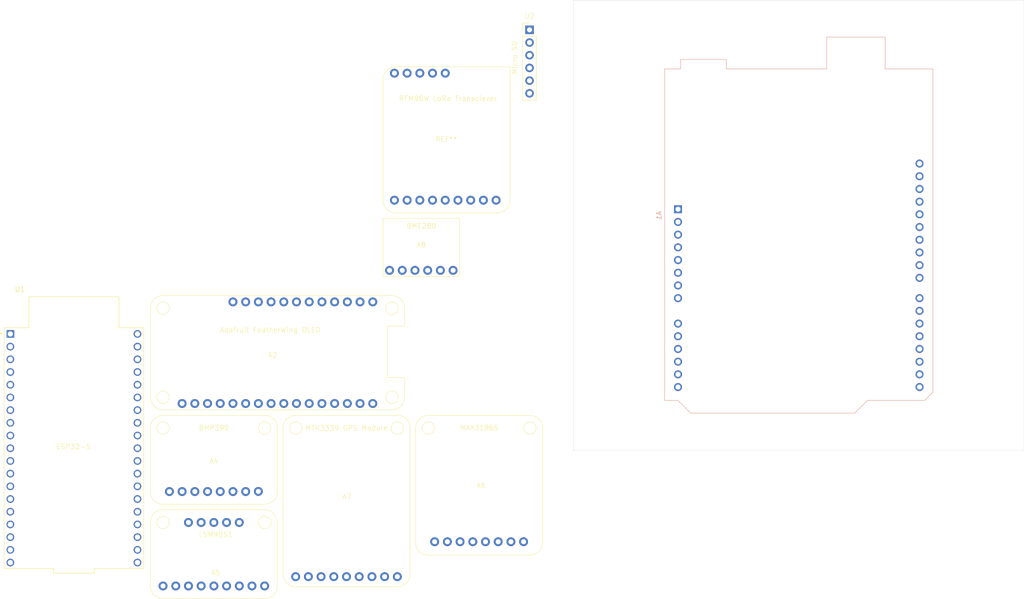
<source format=kicad_pcb>
(kicad_pcb (version 20241229) (generator "pcbnew") (generator_version "9.0")
  (layers (0 "F.Cu" signal) (2 "B.Cu" signal) (13 "F.Paste" user) (15 "B.Paste" user) (5 "F.SilkS" user "F.Silkscreen") (7 "B.SilkS" user "B.Silkscreen") (1 "F.Mask" user) (3 "B.Mask" user) (25 "Edge.Cuts" user))
  (net 0 "")
  (net 4 "CS_MAX")
  (net 5 "SDI")
  (net 12 "SCK")
  (net 13 "SCL")
  (net 15 "GND")
  (net 20 "SDA")
  (net 28 "SDO")
  (net 75 "+3.3V")
  (footprint "TSL_Footprints:HiLetGo Micro SD" (layer "F.Cu") (at 123.168754 73.358933)
    (property "Reference" "U2" (at 0.03 -17.2 0) (layer "F.SilkS") (effects (font (thickness 0.1))))
    (property "Value" "~")
    (fp_line (start -1.35 -15.8) (end 0.03 -15.8) (stroke (width 0.12)) (layer "F.SilkS"))
    (fp_line (start -1.35 -14.42) (end -1.35 -15.8) (stroke (width 0.12)) (layer "F.SilkS"))
    (fp_line (start -1.35 -13.15) (end -1.35 -0.34) (stroke (width 0.12)) (layer "F.SilkS"))
    (fp_line (start -1.35 -13.15) (end 1.41 -13.15) (stroke (width 0.12)) (layer "F.SilkS"))
    (fp_line (start -1.35 -0.34) (end 1.41 -0.34) (stroke (width 0.12)) (layer "F.SilkS"))
    (fp_line (start 1.41 -13.15) (end 1.41 -0.34) (stroke (width 0.12)) (layer "F.SilkS"))
    (fp_text user "Micro SD" (at -2.35 -5.425 90) (layer "F.SilkS") (effects (font (thickness 0.1)) (justify left bottom)))
    (pad "1" thru_hole rect (at 0.03 -14.42) (size 1.7 1.7) (drill 1) (layers "*.Cu" "*.Mask"))
    (pad "2" thru_hole circle (at 0.03 -11.88) (size 1.7 1.7) (drill 1) (layers "*.Cu" "*.Mask"))
    (pad "3" thru_hole circle (at 0.03 -9.34) (size 1.7 1.7) (drill 1) (layers "*.Cu" "*.Mask"))
    (pad "4" thru_hole circle (at 0.03 -6.8) (size 1.7 1.7) (drill 1) (layers "*.Cu" "*.Mask"))
    (pad "5" thru_hole circle (at 0.03 -4.26) (size 1.7 1.7) (drill 1) (layers "*.Cu" "*.Mask"))
    (pad "6" thru_hole circle (at 0.03 -1.72) (size 1.7 1.7) (drill 1) (layers "*.Cu" "*.Mask"))
  )
  (footprint "TSL_Footprints:MAX31865 PT100 RTD" (layer "F.Cu") (at 113.515729 150.568908)
    (property "Reference" "A6" (at 0 -0.5 0) (layer "F.SilkS") (effects (font (thickness 0.1))))
    (property "Value" "Adafruit_PT100_RTD")
    (fp_line (start -13.091975 -11.984975) (end -13.091975 10.875025) (stroke (width 0.1)) (layer "F.SilkS"))
    (fp_line (start 9.768025 -14.524975) (end -10.551975 -14.524975) (stroke (width 0.1)) (layer "F.SilkS"))
    (fp_line (start 9.768025 13.415025) (end -10.551975 13.415025) (stroke (width 0.1)) (layer "F.SilkS"))
    (fp_line (start 12.308025 10.875025) (end 12.308025 -11.984975) (stroke (width 0.1)) (layer "F.SilkS"))
    (fp_arc (start -13.091975 -11.984975) (mid -12.348026 -13.781026) (end -10.551975 -14.524975) (stroke (width 0.1)) (layer "F.SilkS"))
    (fp_arc (start -10.551975 13.415025) (mid -12.348026 12.671076) (end -13.091975 10.875025) (stroke (width 0.1)) (layer "F.SilkS"))
    (fp_arc (start 9.768025 -14.524975) (mid 11.564077 -13.781027) (end 12.308025 -11.984975) (stroke (width 0.1)) (layer "F.SilkS"))
    (fp_arc (start 12.308025 10.875025) (mid 11.564077 12.671077) (end 9.768025 13.415025) (stroke (width 0.1)) (layer "F.SilkS"))
    (fp_circle (center -10.551975 -11.984975) (end -9.301975 -11.984975) (stroke (width 0.1)) (fill no) (layer "F.SilkS"))
    (fp_circle (center 9.768025 -11.984975) (end 11.018025 -11.984975) (stroke (width 0.1)) (fill no) (layer "F.SilkS"))
    (fp_text user "MAX31865" (at -4.299118 -11.445475 0) (layer "F.SilkS") (effects (font (thickness 0.1)) (justify left bottom)))
    (pad "1" thru_hole circle (at -9.275 10.75) (size 1.778 1.778) (drill 1) (layers "*.Cu" "*.Mask"))
    (pad "2" thru_hole circle (at -6.735 10.75) (size 1.778 1.778) (drill 1) (layers "*.Cu" "*.Mask") (net 15 "GND"))
    (pad "3" thru_hole circle (at -4.195 10.75) (size 1.778 1.778) (drill 1) (layers "*.Cu" "*.Mask"))
    (pad "4" thru_hole circle (at -1.655 10.75) (size 1.778 1.778) (drill 1) (layers "*.Cu" "*.Mask"))
    (pad "5" thru_hole circle (at 0.885 10.75) (size 1.778 1.778) (drill 1) (layers "*.Cu" "*.Mask"))
    (pad "6" thru_hole circle (at 3.425 10.75) (size 1.778 1.778) (drill 1) (layers "*.Cu" "*.Mask"))
    (pad "7" thru_hole circle (at 5.965 10.75) (size 1.778 1.778) (drill 1) (layers "*.Cu" "*.Mask"))
    (pad "8" thru_hole circle (at 8.491051 10.746051) (size 1.778 1.778) (drill 1) (layers "*.Cu" "*.Mask"))
  )
  (footprint "TSL_Footprints:RFM96W LoRa Transciever" (layer "F.Cu") (at 106.288754 81.366033)
    (property "Reference" "A3" (hide yes))
    (property "Value" "Adafruit_RFM96W_LoRa_Transciever" (hide yes))
    (fp_line (start -12.375 11.645) (end -12.375 -12.485) (stroke (width 0.1)) (layer "F.SilkS"))
    (fp_line (start -9.835 -15.025) (end 13.025 -15.025) (stroke (width 0.1)) (layer "F.SilkS"))
    (fp_line (start 10.485 14.185) (end -9.835 14.185) (stroke (width 0.1)) (layer "F.SilkS"))
    (fp_line (start 13.025 -15.025) (end 13.025 11.645) (stroke (width 0.1)) (layer "F.SilkS"))
    (fp_arc (start -12.375 -12.485) (mid -11.631051 -14.281051) (end -9.835 -15.025) (stroke (width 0.1)) (layer "F.SilkS"))
    (fp_arc (start -9.835 14.185) (mid -11.631051 13.441051) (end -12.375 11.645) (stroke (width 0.1)) (layer "F.SilkS"))
    (fp_arc (start 13.025 11.645) (mid 12.281051 13.441051) (end 10.485 14.185) (stroke (width 0.1)) (layer "F.SilkS"))
    (fp_text user "REF**" (at -1.95 0.05 0) (layer "F.SilkS") (effects (font (thickness 0.1)) (justify left bottom)))
    (fp_text user "RFM96W LoRa Transciever" (at -9.25 -8.1 0) (layer "F.SilkS") (effects (font (thickness 0.1)) (justify left bottom)))
    (pad "1" thru_hole circle (at -10.089 11.645 90) (size 1.778 1.778) (drill 1) (layers "*.Cu"))
    (pad "2" thru_hole circle (at -7.549 11.645 90) (size 1.778 1.778) (drill 1) (layers "*.Cu") (net 15 "GND"))
    (pad "3" thru_hole circle (at -5.009 11.645 90) (size 1.778 1.778) (drill 1) (layers "*.Cu"))
    (pad "4" thru_hole circle (at -2.469 11.645 90) (size 1.778 1.778) (drill 1) (layers "*.Cu"))
    (pad "5" thru_hole circle (at 0.071 11.645 90) (size 1.778 1.778) (drill 1) (layers "*.Cu"))
    (pad "6" thru_hole circle (at 2.611 11.645 90) (size 1.778 1.778) (drill 1) (layers "*.Cu"))
    (pad "7" thru_hole circle (at 5.151 11.645 90) (size 1.778 1.778) (drill 1) (layers "*.Cu"))
    (pad "8" thru_hole circle (at 7.691 11.645 90) (size 1.778 1.778) (drill 1) (layers "*.Cu"))
    (pad "9" thru_hole circle (at 10.231 11.645 90) (size 1.778 1.778) (drill 1) (layers "*.Cu"))
    (pad "10" thru_hole circle (at -10.089 -13.755 90) (size 1.778 1.778) (drill 1) (layers "*.Cu"))
    (pad "11" thru_hole circle (at -7.549 -13.755 90) (size 1.778 1.778) (drill 1) (layers "*.Cu"))
    (pad "12" thru_hole circle (at -5.009 -13.755 90) (size 1.778 1.778) (drill 1) (layers "*.Cu"))
    (pad "13" thru_hole circle (at -2.469 -13.755 90) (size 1.778 1.778) (drill 1) (layers "*.Cu"))
    (pad "14" thru_hole circle (at 0.071 -13.755 90) (size 1.778 1.778) (drill 1) (layers "*.Cu"))
  )
  (footprint "TSL_Footprints:BME280" (layer "F.Cu") (at 101.563754 102.443933)
    (property "Reference" "A8" (at 0 -0.5 0) (layer "F.SilkS") (effects (font (thickness 0.1))))
    (property "Value" "BME280")
    (fp_rect (start -7.65 -5.8) (end 7.65 5.8) (stroke (width 0.1)) (fill no) (layer "F.SilkS"))
    (fp_text user "BME280" (at -3.002381 -3.7 0) (layer "F.SilkS") (effects (font (thickness 0.1)) (justify left bottom)))
    (pad "1" thru_hole circle (at -6.34 4.6) (size 1.778 1.778) (drill 1) (layers "*.Cu" "*.Mask"))
    (pad "2" thru_hole circle (at -3.8 4.6) (size 1.778 1.778) (drill 1) (layers "*.Cu" "*.Mask") (net 15 "GND"))
    (pad "3" thru_hole circle (at -1.26 4.6) (size 1.778 1.778) (drill 1) (layers "*.Cu" "*.Mask") (net 13 "SCL"))
    (pad "4" thru_hole circle (at 1.28 4.6) (size 1.778 1.778) (drill 1) (layers "*.Cu" "*.Mask") (net 20 "SDA"))
    (pad "5" thru_hole circle (at 3.82 4.6) (size 1.778 1.778) (drill 1) (layers "*.Cu" "*.Mask"))
    (pad "6" thru_hole circle (at 6.36 4.6) (size 1.778 1.778) (drill 1) (layers "*.Cu" "*.Mask"))
  )
  (footprint "TSL_Footprints:MTK3339 GPS Module" (layer "F.Cu") (at 86.698754 152.763933)
    (property "Reference" "A7" (at 0 -0.5 0) (layer "F.SilkS") (effects (font (thickness 0.1))))
    (property "Value" "Adafruit_MTK3339_GPS")
    (fp_line (start -12.775 15.03) (end -12.775 -14.18) (stroke (width 0.1)) (layer "F.SilkS"))
    (fp_line (start -10.235 -16.72) (end 10.085 -16.72) (stroke (width 0.1)) (layer "F.SilkS"))
    (fp_line (start 10.085 17.57) (end -10.235 17.57) (stroke (width 0.1)) (layer "F.SilkS"))
    (fp_line (start 12.625 -14.18) (end 12.625 15.03) (stroke (width 0.1)) (layer "F.SilkS"))
    (fp_arc (start -12.775 -14.18) (mid -12.031051 -15.976051) (end -10.235 -16.72) (stroke (width 0.1)) (layer "F.SilkS"))
    (fp_arc (start -10.235 17.57) (mid -12.031051 16.826051) (end -12.775 15.03) (stroke (width 0.1)) (layer "F.SilkS"))
    (fp_arc (start 10.085 -16.72) (mid 11.881051 -15.976051) (end 12.625 -14.18) (stroke (width 0.1)) (layer "F.SilkS"))
    (fp_arc (start 12.625 15.03) (mid 11.881051 16.826051) (end 10.085 17.57) (stroke (width 0.1)) (layer "F.SilkS"))
    (fp_circle (center -10.235 -14.18) (end -11.485 -14.18) (stroke (width 0.1)) (fill no) (layer "F.SilkS"))
    (fp_circle (center 10.085 -14.18) (end 8.835 -14.18) (stroke (width 0.1)) (fill no) (layer "F.SilkS"))
    (fp_text user "MTK3339 GPS Module" (at -0.075 -14.18 0) (layer "F.SilkS") (effects (font (thickness 0.1))))
    (pad "1" thru_hole circle (at -10.235 15.538 270) (size 1.778 1.778) (drill 1) (layers "*.Cu"))
    (pad "2" thru_hole circle (at -7.695 15.538 270) (size 1.778 1.778) (drill 1) (layers "*.Cu"))
    (pad "3" thru_hole circle (at -5.155 15.538 270) (size 1.778 1.778) (drill 1) (layers "*.Cu"))
    (pad "4" thru_hole circle (at -2.615 15.538 270) (size 1.778 1.778) (drill 1) (layers "*.Cu"))
    (pad "5" thru_hole circle (at -0.075 15.538 270) (size 1.778 1.778) (drill 1) (layers "*.Cu"))
    (pad "6" thru_hole circle (at 2.465 15.538 270) (size 1.778 1.778) (drill 1) (layers "*.Cu"))
    (pad "7" thru_hole circle (at 5.005 15.538 270) (size 1.778 1.778) (drill 1) (layers "*.Cu") (net 15 "GND"))
    (pad "8" thru_hole circle (at 7.545 15.538 270) (size 1.778 1.778) (drill 1) (layers "*.Cu"))
    (pad "9" thru_hole circle (at 10.085 15.538 270) (size 1.778 1.778) (drill 1) (layers "*.Cu"))
  )
  (footprint "TSL_Footprints:Adafruit FeatherWing OLED" (layer "F.Cu") (at 71.848754 124.478933)
    (property "Reference" "A2" (at 0 -0.5 0) (layer "F.SilkS") (effects (font (thickness 0.1))))
    (property "Value" "Adafruit_FeatherWing_OLED_128x64")
    (fp_line (start -24.425 -9.855) (end -24.425 7.925) (stroke (width 0.1)) (layer "F.SilkS"))
    (fp_line (start -21.885 10.465) (end 23.835 10.465) (stroke (width 0.1)) (layer "F.SilkS"))
    (fp_line (start 22.946 -6.299) (end 26.375 -6.299) (stroke (width 0.1)) (layer "F.SilkS"))
    (fp_line (start 22.946 3.988) (end 22.946 -6.299) (stroke (width 0.1)) (layer "F.SilkS"))
    (fp_line (start 23.835 -12.395) (end -21.885 -12.395) (stroke (width 0.1)) (layer "F.SilkS"))
    (fp_line (start 26.375 -6.299) (end 26.375 -9.855) (stroke (width 0.1)) (layer "F.SilkS"))
    (fp_line (start 26.375 3.988) (end 22.946 3.988) (stroke (width 0.1)) (layer "F.SilkS"))
    (fp_line (start 26.375 7.925) (end 26.375 3.988) (stroke (width 0.1)) (layer "F.SilkS"))
    (fp_arc (start -24.425 -9.855) (mid -23.681051 -11.651051) (end -21.885 -12.395) (stroke (width 0.1)) (layer "F.SilkS"))
    (fp_arc (start -21.885 10.465) (mid -23.681051 9.721051) (end -24.425 7.925) (stroke (width 0.1)) (layer "F.SilkS"))
    (fp_arc (start 23.835 -12.395) (mid 25.631051 -11.651051) (end 26.375 -9.855) (stroke (width 0.1)) (layer "F.SilkS"))
    (fp_arc (start 26.375 7.925) (mid 25.631051 9.721051) (end 23.835 10.465) (stroke (width 0.1)) (layer "F.SilkS"))
    (fp_circle (center -21.885 -9.855) (end -20.635 -9.855) (stroke (width 0.1)) (fill no) (layer "F.SilkS"))
    (fp_circle (center -21.885 7.925) (end -20.635 7.925) (stroke (width 0.1)) (fill no) (layer "F.SilkS"))
    (fp_circle (center 23.835 -9.855) (end 25.105 -9.855) (stroke (width 0.1)) (fill no) (layer "F.SilkS"))
    (fp_circle (center 23.835 7.925) (end 25.105 7.925) (stroke (width 0.1)) (fill no) (layer "F.SilkS"))
    (fp_text user "Adafruit FeatherWing OLED" (at -10.575 -4.925 0) (layer "F.SilkS") (effects (font (thickness 0.1)) (justify left bottom)))
    (pad "1" thru_hole circle (at -18.075 9.195) (size 1.778 1.778) (drill 1) (layers "*.Cu"))
    (pad "2" thru_hole circle (at -15.535 9.195) (size 1.778 1.778) (drill 1) (layers "*.Cu"))
    (pad "3" thru_hole circle (at -12.995 9.195) (size 1.778 1.778) (drill 1) (layers "*.Cu"))
    (pad "4" thru_hole circle (at -10.455 9.195) (size 1.778 1.778) (drill 1) (layers "*.Cu"))
    (pad "5" thru_hole circle (at -7.915 9.195) (size 1.778 1.778) (drill 1) (layers "*.Cu"))
    (pad "6" thru_hole circle (at -5.375 9.195) (size 1.778 1.778) (drill 1) (layers "*.Cu"))
    (pad "7" thru_hole circle (at -2.835 9.195) (size 1.778 1.778) (drill 1) (layers "*.Cu"))
    (pad "8" thru_hole circle (at -0.295 9.195) (size 1.778 1.778) (drill 1) (layers "*.Cu"))
    (pad "9" thru_hole circle (at 2.245 9.195) (size 1.778 1.778) (drill 1) (layers "*.Cu"))
    (pad "10" thru_hole circle (at 4.785 9.195) (size 1.778 1.778) (drill 1) (layers "*.Cu"))
    (pad "11" thru_hole circle (at 7.325 9.195) (size 1.778 1.778) (drill 1) (layers "*.Cu"))
    (pad "12" thru_hole circle (at 9.865 9.195) (size 1.778 1.778) (drill 1) (layers "*.Cu"))
    (pad "13" thru_hole circle (at 12.405 9.195) (size 1.778 1.778) (drill 1) (layers "*.Cu"))
    (pad "14" thru_hole circle (at 14.945 9.195) (size 1.778 1.778) (drill 1) (layers "*.Cu"))
    (pad "15" thru_hole circle (at 17.485 9.195) (size 1.778 1.778) (drill 1) (layers "*.Cu"))
    (pad "16" thru_hole circle (at 20.025 9.195) (size 1.778 1.778) (drill 1) (layers "*.Cu"))
    (pad "17" thru_hole circle (at 20.025 -11.125) (size 1.778 1.778) (drill 1) (layers "*.Cu"))
    (pad "18" thru_hole circle (at 17.485 -11.125) (size 1.778 1.778) (drill 1) (layers "*.Cu"))
    (pad "19" thru_hole circle (at 14.945 -11.125) (size 1.778 1.778) (drill 1) (layers "*.Cu"))
    (pad "20" thru_hole circle (at 12.405 -11.125) (size 1.778 1.778) (drill 1) (layers "*.Cu"))
    (pad "21" thru_hole circle (at 9.865 -11.125) (size 1.778 1.778) (drill 1) (layers "*.Cu"))
    (pad "22" thru_hole circle (at 7.325 -11.125) (size 1.778 1.778) (drill 1) (layers "*.Cu"))
    (pad "23" thru_hole circle (at 4.785 -11.125) (size 1.778 1.778) (drill 1) (layers "*.Cu"))
    (pad "24" thru_hole circle (at 2.245 -11.125) (size 1.778 1.778) (drill 1) (layers "*.Cu"))
    (pad "25" thru_hole circle (at -0.295 -11.125) (size 1.778 1.778) (drill 1) (layers "*.Cu"))
    (pad "26" thru_hole circle (at -2.835 -11.125) (size 1.778 1.778) (drill 1) (layers "*.Cu"))
    (pad "27" thru_hole circle (at -5.375 -11.125) (size 1.778 1.778) (drill 1) (layers "*.Cu"))
    (pad "28" thru_hole circle (at -7.915 -11.125) (size 1.778 1.778) (drill 1) (layers "*.Cu"))
  )
  (footprint "TSL_Footprints:BMP390" (layer "F.Cu") (at 60.113754 145.658933)
    (property "Reference" "A4" (at 0 -0.5 0) (layer "F.SilkS") (effects (font (thickness 0.1))))
    (property "Value" "Adafruit_BMP390")
    (fp_line (start -12.69 -7.075) (end -12.69 5.625) (stroke (width 0.1)) (layer "F.SilkS"))
    (fp_line (start 10.17 -9.615) (end -10.15 -9.615) (stroke (width 0.1)) (layer "F.SilkS"))
    (fp_line (start 10.17 8.165) (end -10.15 8.165) (stroke (width 0.1)) (layer "F.SilkS"))
    (fp_line (start 12.71 5.625) (end 12.71 -7.075) (stroke (width 0.1)) (layer "F.SilkS"))
    (fp_arc (start -12.69 -7.075) (mid -11.946051 -8.871051) (end -10.15 -9.615) (stroke (width 0.1)) (layer "F.SilkS"))
    (fp_arc (start -10.15 8.165) (mid -11.946051 7.421051) (end -12.69 5.625) (stroke (width 0.1)) (layer "F.SilkS"))
    (fp_arc (start 10.17 -9.615) (mid 11.966051 -8.871051) (end 12.71 -7.075) (stroke (width 0.1)) (layer "F.SilkS"))
    (fp_arc (start 12.71 5.625) (mid 11.966051 7.421051) (end 10.17 8.165) (stroke (width 0.1)) (layer "F.SilkS"))
    (fp_circle (center -10.15 -7.075) (end -8.9 -7.075) (stroke (width 0.1)) (fill no) (layer "F.SilkS"))
    (fp_circle (center 10.17 -7.075) (end 11.42 -7.075) (stroke (width 0.1)) (fill no) (layer "F.SilkS"))
    (fp_text user "BMP390" (at 0.01 -6.5355 0) (layer "F.SilkS") (effects (font (thickness 0.1)) (justify bottom)))
    (pad "1" thru_hole circle (at -8.8775 5.625) (size 1.778 1.778) (drill 1) (layers "*.Cu" "*.Mask") (net 75 "+3.3V"))
    (pad "2" thru_hole circle (at -6.3375 5.625) (size 1.778 1.778) (drill 1) (layers "*.Cu" "*.Mask"))
    (pad "3" thru_hole circle (at -3.7975 5.625) (size 1.778 1.778) (drill 1) (layers "*.Cu" "*.Mask") (net 15 "GND"))
    (pad "4" thru_hole circle (at -1.2575 5.625) (size 1.778 1.778) (drill 1) (layers "*.Cu" "*.Mask") (net 13 "SCL"))
    (pad "5" thru_hole circle (at 1.2825 5.625) (size 1.778 1.778) (drill 1) (layers "*.Cu" "*.Mask"))
    (pad "6" thru_hole circle (at 3.8225 5.625) (size 1.778 1.778) (drill 1) (layers "*.Cu" "*.Mask") (net 20 "SDA"))
    (pad "7" thru_hole circle (at 6.3625 5.625) (size 1.778 1.778) (drill 1) (layers "*.Cu" "*.Mask"))
    (pad "8" thru_hole circle (at 8.8975 5.6) (size 1.778 1.778) (drill 1) (layers "*.Cu" "*.Mask"))
  )
  (footprint "TSL_Footprints:ESP-32S" (layer "F.Cu") (at 32.153754 142.608933)
    (property "Reference" "U1" (at -10.795 -31.75 0) (layer "F.SilkS"))
    (property "Value" "ESP-32S")
    (fp_line (start -13.95 -24.1) (end -13.95 24.1) (stroke (width 0.127)) (layer "F.SilkS"))
    (fp_line (start -13.95 24.1) (end -4.07 24.1) (stroke (width 0.127)) (layer "F.SilkS"))
    (fp_line (start -9 -30.3) (end 9 -30.3) (stroke (width 0.127)) (layer "F.SilkS"))
    (fp_line (start -9 -24.1) (end -13.95 -24.1) (stroke (width 0.127)) (layer "F.SilkS"))
    (fp_line (start -9 -24.1) (end -9 -30.3) (stroke (width 0.127)) (layer "F.SilkS"))
    (fp_line (start -4.07 24.1) (end -4.07 25) (stroke (width 0.127)) (layer "F.SilkS"))
    (fp_line (start -4.07 25) (end 4.06 25) (stroke (width 0.127)) (layer "F.SilkS"))
    (fp_line (start 4.06 24.1) (end 13.95 24.1) (stroke (width 0.127)) (layer "F.SilkS"))
    (fp_line (start 4.06 25) (end 4.06 24.1) (stroke (width 0.127)) (layer "F.SilkS"))
    (fp_line (start 9 -30.3) (end 9 -24.1) (stroke (width 0.127)) (layer "F.SilkS"))
    (fp_line (start 13.95 -24.1) (end 9 -24.1) (stroke (width 0.127)) (layer "F.SilkS"))
    (fp_line (start 13.95 24.1) (end 13.95 -24.1) (stroke (width 0.127)) (layer "F.SilkS"))
    (fp_circle (center -14.57 -22.97) (end -14.47 -22.97) (stroke (width 0.2)) (fill no) (layer "F.SilkS"))
    (fp_text user "ESP32-S" (at -0.075 -0.3 0) (layer "F.SilkS") (effects (font (thickness 0.1))))
    (pad "1" thru_hole rect (at -12.7 -22.85) (size 1.53 1.53) (drill 1.02) (layers "*.Cu"))
    (pad "2" thru_hole circle (at -12.7 -20.31) (size 1.53 1.53) (drill 1.02) (layers "*.Cu"))
    (pad "3" thru_hole circle (at -12.7 -17.77) (size 1.53 1.53) (drill 1.02) (layers "*.Cu"))
    (pad "4" thru_hole circle (at -12.7 -15.23) (size 1.53 1.53) (drill 1.02) (layers "*.Cu"))
    (pad "5" thru_hole circle (at -12.7 -12.69) (size 1.53 1.53) (drill 1.02) (layers "*.Cu"))
    (pad "6" thru_hole circle (at -12.7 -10.15) (size 1.53 1.53) (drill 1.02) (layers "*.Cu"))
    (pad "7" thru_hole circle (at -12.7 -7.61) (size 1.53 1.53) (drill 1.02) (layers "*.Cu"))
    (pad "8" thru_hole circle (at -12.7 -5.07) (size 1.53 1.53) (drill 1.02) (layers "*.Cu"))
    (pad "9" thru_hole circle (at -12.7 -2.53) (size 1.53 1.53) (drill 1.02) (layers "*.Cu"))
    (pad "10" thru_hole circle (at -12.7 0.01) (size 1.53 1.53) (drill 1.02) (layers "*.Cu"))
    (pad "11" thru_hole circle (at -12.7 2.55) (size 1.53 1.53) (drill 1.02) (layers "*.Cu"))
    (pad "12" thru_hole circle (at -12.7 5.09) (size 1.53 1.53) (drill 1.02) (layers "*.Cu"))
    (pad "13" thru_hole circle (at -12.7 7.63) (size 1.53 1.53) (drill 1.02) (layers "*.Cu"))
    (pad "14" thru_hole circle (at -12.7 10.17) (size 1.53 1.53) (drill 1.02) (layers "*.Cu"))
    (pad "15" thru_hole circle (at -12.7 12.71) (size 1.53 1.53) (drill 1.02) (layers "*.Cu"))
    (pad "16" thru_hole circle (at -12.7 15.25) (size 1.53 1.53) (drill 1.02) (layers "*.Cu"))
    (pad "17" thru_hole circle (at -12.7 17.79) (size 1.53 1.53) (drill 1.02) (layers "*.Cu"))
    (pad "18" thru_hole circle (at -12.7 20.33) (size 1.53 1.53) (drill 1.02) (layers "*.Cu"))
    (pad "19" thru_hole circle (at -12.7 22.87) (size 1.53 1.53) (drill 1.02) (layers "*.Cu"))
    (pad "20" thru_hole circle (at 12.7 22.87) (size 1.53 1.53) (drill 1.02) (layers "*.Cu"))
    (pad "21" thru_hole circle (at 12.7 20.33) (size 1.53 1.53) (drill 1.02) (layers "*.Cu"))
    (pad "22" thru_hole circle (at 12.7 17.79) (size 1.53 1.53) (drill 1.02) (layers "*.Cu"))
    (pad "23" thru_hole circle (at 12.7 15.25) (size 1.53 1.53) (drill 1.02) (layers "*.Cu"))
    (pad "24" thru_hole circle (at 12.7 12.71) (size 1.53 1.53) (drill 1.02) (layers "*.Cu"))
    (pad "25" thru_hole circle (at 12.7 10.17) (size 1.53 1.53) (drill 1.02) (layers "*.Cu"))
    (pad "26" thru_hole circle (at 12.7 7.63) (size 1.53 1.53) (drill 1.02) (layers "*.Cu"))
    (pad "27" thru_hole circle (at 12.7 5.09) (size 1.53 1.53) (drill 1.02) (layers "*.Cu"))
    (pad "28" thru_hole circle (at 12.7 2.55) (size 1.53 1.53) (drill 1.02) (layers "*.Cu"))
    (pad "29" thru_hole circle (at 12.7 0.01) (size 1.53 1.53) (drill 1.02) (layers "*.Cu"))
    (pad "30" thru_hole circle (at 12.7 -2.53) (size 1.53 1.53) (drill 1.02) (layers "*.Cu"))
    (pad "31" thru_hole circle (at 12.7 -5.07) (size 1.53 1.53) (drill 1.02) (layers "*.Cu"))
    (pad "32" thru_hole circle (at 12.7 -7.61) (size 1.53 1.53) (drill 1.02) (layers "*.Cu"))
    (pad "33" thru_hole circle (at 12.7 -10.15) (size 1.53 1.53) (drill 1.02) (layers "*.Cu"))
    (pad "34" thru_hole circle (at 12.7 -12.69) (size 1.53 1.53) (drill 1.02) (layers "*.Cu"))
    (pad "35" thru_hole circle (at 12.7 -15.23) (size 1.53 1.53) (drill 1.02) (layers "*.Cu"))
    (pad "36" thru_hole circle (at 12.7 -17.77) (size 1.53 1.53) (drill 1.02) (layers "*.Cu"))
    (pad "37" thru_hole circle (at 12.7 -20.31) (size 1.53 1.53) (drill 1.02) (layers "*.Cu"))
    (pad "38" thru_hole circle (at 12.7 -22.85) (size 1.53 1.53) (drill 1.02) (layers "*.Cu"))
  )
  (footprint "TSL_Footprints:LSM9DS1" (layer "F.Cu") (at 60.479805 168.009984)
    (property "Reference" "A5" (at 0 -0.5 0) (layer "F.SilkS") (effects (font (thickness 0.1))))
    (property "Value" "Adafruit_LSM9DS1")
    (fp_line (start -13.056051 -10.546051) (end -13.056051 2.153949) (stroke (width 0.1)) (layer "F.SilkS"))
    (fp_line (start 9.803949 -13.086051) (end -10.516051 -13.086051) (stroke (width 0.1)) (layer "F.SilkS"))
    (fp_line (start 9.803949 4.693949) (end -10.516051 4.693949) (stroke (width 0.1)) (layer "F.SilkS"))
    (fp_line (start 12.343949 2.153949) (end 12.343949 -10.546051) (stroke (width 0.1)) (layer "F.SilkS"))
    (fp_arc (start -13.056051 -10.546051) (mid -12.312102 -12.342102) (end -10.516051 -13.086051) (stroke (width 0.1)) (layer "F.SilkS"))
    (fp_arc (start -10.516051 4.693949) (mid -12.312102 3.95) (end -13.056051 2.153949) (stroke (width 0.1)) (layer "F.SilkS"))
    (fp_arc (start 9.803949 -13.086051) (mid 11.600001 -12.342103) (end 12.343949 -10.546051) (stroke (width 0.1)) (layer "F.SilkS"))
    (fp_arc (start 12.343949 2.153949) (mid 11.600001 3.950001) (end 9.803949 4.693949) (stroke (width 0.1)) (layer "F.SilkS"))
    (fp_circle (center -10.516051 -10.546051) (end -9.266051 -10.546051) (stroke (width 0.1)) (fill no) (layer "F.SilkS"))
    (fp_circle (center 9.803949 -10.546051) (end 11.053949 -10.546051) (stroke (width 0.1)) (fill no) (layer "F.SilkS"))
    (fp_text user "LSM9DS1" (at -3.425 -7.55 0) (layer "F.SilkS") (effects (font (thickness 0.1)) (justify left bottom)))
    (pad "1" thru_hole circle (at -10.516051 2.153949) (size 1.778 1.778) (drill 1) (layers "*.Cu" "*.Mask") (net 75 "+3.3V"))
    (pad "2" thru_hole circle (at -7.976051 2.153949) (size 1.778 1.778) (drill 1) (layers "*.Cu" "*.Mask"))
    (pad "3" thru_hole circle (at -5.436051 2.153949) (size 1.778 1.778) (drill 1) (layers "*.Cu" "*.Mask") (net 15 "GND"))
    (pad "4" thru_hole circle (at -2.896051 2.153949) (size 1.778 1.778) (drill 1) (layers "*.Cu" "*.Mask") (net 13 "SCL"))
    (pad "5" thru_hole circle (at -0.356051 2.153949) (size 1.778 1.778) (drill 1) (layers "*.Cu" "*.Mask") (net 20 "SDA"))
    (pad "6" thru_hole circle (at 2.183949 2.153949) (size 1.778 1.778) (drill 1) (layers "*.Cu" "*.Mask"))
    (pad "7" thru_hole circle (at 4.723949 2.153949) (size 1.778 1.778) (drill 1) (layers "*.Cu" "*.Mask"))
    (pad "8" thru_hole circle (at 7.25 2.15) (size 1.778 1.778) (drill 1) (layers "*.Cu" "*.Mask"))
    (pad "9" thru_hole circle (at 9.79 2.15) (size 1.778 1.778) (drill 1) (layers "*.Cu" "*.Mask"))
    (pad "10" thru_hole circle (at -5.443026 -10.546051) (size 1.778 1.778) (drill 1) (layers "*.Cu" "*.Mask"))
    (pad "11" thru_hole circle (at -2.903026 -10.546051) (size 1.778 1.778) (drill 1) (layers "*.Cu" "*.Mask"))
    (pad "12" thru_hole circle (at -0.363026 -10.546051) (size 1.778 1.778) (drill 1) (layers "*.Cu" "*.Mask"))
    (pad "13" thru_hole circle (at 2.176974 -10.546051) (size 1.778 1.778) (drill 1) (layers "*.Cu" "*.Mask"))
    (pad "14" thru_hole circle (at 4.716974 -10.546051) (size 1.778 1.778) (drill 1) (layers "*.Cu" "*.Mask"))
  )
  (footprint "Module:Arduino_UNO_R3" (layer "B.Cu") (at 152.87 94.825 -90)
    (property "Reference" "A1" (at 1.27 3.81 90) (layer "B.SilkS") (effects (justify mirror)))
    (property "Value" "Arduino_UNO_R3")
    (fp_line (start -28.07 2.67) (end -28.07 -0.51) (stroke (width 0.12)) (layer "B.SilkS"))
    (fp_line (start 38.23 2.67) (end -28.07 2.67) (stroke (width 0.12)) (layer "B.SilkS"))
    (fp_line (start 38.23 0) (end 38.23 2.67) (stroke (width 0.12)) (layer "B.SilkS"))
    (fp_line (start -29.97 -0.51) (end -29.97 -9.65) (stroke (width 0.12)) (layer "B.SilkS"))
    (fp_line (start -28.07 -0.51) (end -29.97 -0.51) (stroke (width 0.12)) (layer "B.SilkS"))
    (fp_line (start 40.77 -2.54) (end 38.23 0) (stroke (width 0.12)) (layer "B.SilkS"))
    (fp_line (start -29.97 -9.65) (end -28.07 -9.65) (stroke (width 0.12)) (layer "B.SilkS"))
    (fp_line (start -28.07 -9.65) (end -28.07 -29.72) (stroke (width 0.12)) (layer "B.SilkS"))
    (fp_line (start -34.42 -29.72) (end -34.42 -41.4) (stroke (width 0.12)) (layer "B.SilkS"))
    (fp_line (start -28.07 -29.72) (end -34.42 -29.72) (stroke (width 0.12)) (layer "B.SilkS"))
    (fp_line (start 40.77 -35.31) (end 40.77 -2.54) (stroke (width 0.12)) (layer "B.SilkS"))
    (fp_line (start 38.23 -37.85) (end 40.77 -35.31) (stroke (width 0.12)) (layer "B.SilkS"))
    (fp_line (start -34.42 -41.4) (end -28.07 -41.4) (stroke (width 0.12)) (layer "B.SilkS"))
    (fp_line (start -28.07 -41.4) (end -28.07 -50.93) (stroke (width 0.12)) (layer "B.SilkS"))
    (fp_line (start 38.23 -49.28) (end 38.23 -37.85) (stroke (width 0.12)) (layer "B.SilkS"))
    (fp_line (start -28.07 -50.93) (end 36.58 -50.93) (stroke (width 0.12)) (layer "B.SilkS"))
    (fp_line (start 36.58 -50.93) (end 38.23 -49.28) (stroke (width 0.12)) (layer "B.SilkS"))
    (pad "1" thru_hole rect (at 0 0 180) (size 1.6 1.6) (drill 1) (layers "*.Cu" "*.Mask"))
    (pad "2" thru_hole oval (at 2.54 0 180) (size 1.6 1.6) (drill 1) (layers "*.Cu" "*.Mask"))
    (pad "3" thru_hole oval (at 5.08 0 180) (size 1.6 1.6) (drill 1) (layers "*.Cu" "*.Mask"))
    (pad "4" thru_hole oval (at 7.62 0 180) (size 1.6 1.6) (drill 1) (layers "*.Cu" "*.Mask"))
    (pad "5" thru_hole oval (at 10.16 0 180) (size 1.6 1.6) (drill 1) (layers "*.Cu" "*.Mask"))
    (pad "6" thru_hole oval (at 12.7 0 180) (size 1.6 1.6) (drill 1) (layers "*.Cu" "*.Mask") (net 15 "GND"))
    (pad "7" thru_hole oval (at 15.24 0 180) (size 1.6 1.6) (drill 1) (layers "*.Cu" "*.Mask") (net 15 "GND"))
    (pad "8" thru_hole oval (at 17.78 0 180) (size 1.6 1.6) (drill 1) (layers "*.Cu" "*.Mask"))
    (pad "9" thru_hole oval (at 22.86 0 180) (size 1.6 1.6) (drill 1) (layers "*.Cu" "*.Mask"))
    (pad "10" thru_hole oval (at 25.4 0 180) (size 1.6 1.6) (drill 1) (layers "*.Cu" "*.Mask"))
    (pad "11" thru_hole oval (at 27.94 0 180) (size 1.6 1.6) (drill 1) (layers "*.Cu" "*.Mask"))
    (pad "12" thru_hole oval (at 30.48 0 180) (size 1.6 1.6) (drill 1) (layers "*.Cu" "*.Mask"))
    (pad "13" thru_hole oval (at 33.02 0 180) (size 1.6 1.6) (drill 1) (layers "*.Cu" "*.Mask"))
    (pad "14" thru_hole oval (at 35.56 0 180) (size 1.6 1.6) (drill 1) (layers "*.Cu" "*.Mask"))
    (pad "15" thru_hole oval (at 35.56 -48.26 180) (size 1.6 1.6) (drill 1) (layers "*.Cu" "*.Mask"))
    (pad "16" thru_hole oval (at 33.02 -48.26 180) (size 1.6 1.6) (drill 1) (layers "*.Cu" "*.Mask"))
    (pad "17" thru_hole oval (at 30.48 -48.26 180) (size 1.6 1.6) (drill 1) (layers "*.Cu" "*.Mask"))
    (pad "18" thru_hole oval (at 27.94 -48.26 180) (size 1.6 1.6) (drill 1) (layers "*.Cu" "*.Mask"))
    (pad "19" thru_hole oval (at 25.4 -48.26 180) (size 1.6 1.6) (drill 1) (layers "*.Cu" "*.Mask"))
    (pad "20" thru_hole oval (at 22.86 -48.26 180) (size 1.6 1.6) (drill 1) (layers "*.Cu" "*.Mask"))
    (pad "21" thru_hole oval (at 20.32 -48.26 180) (size 1.6 1.6) (drill 1) (layers "*.Cu" "*.Mask"))
    (pad "22" thru_hole oval (at 17.78 -48.26 180) (size 1.6 1.6) (drill 1) (layers "*.Cu" "*.Mask"))
    (pad "23" thru_hole oval (at 13.72 -48.26 180) (size 1.6 1.6) (drill 1) (layers "*.Cu" "*.Mask"))
    (pad "24" thru_hole oval (at 11.18 -48.26 180) (size 1.6 1.6) (drill 1) (layers "*.Cu" "*.Mask") (net 4 "CS_MAX"))
    (pad "25" thru_hole oval (at 8.64 -48.26 180) (size 1.6 1.6) (drill 1) (layers "*.Cu" "*.Mask") (net 5 "SDI"))
    (pad "26" thru_hole oval (at 6.1 -48.26 180) (size 1.6 1.6) (drill 1) (layers "*.Cu" "*.Mask") (net 28 "SDO"))
    (pad "27" thru_hole oval (at 3.56 -48.26 180) (size 1.6 1.6) (drill 1) (layers "*.Cu" "*.Mask") (net 12 "SCK"))
    (pad "28" thru_hole oval (at 1.02 -48.26 180) (size 1.6 1.6) (drill 1) (layers "*.Cu" "*.Mask"))
    (pad "29" thru_hole oval (at -1.52 -48.26 180) (size 1.6 1.6) (drill 1) (layers "*.Cu" "*.Mask") (net 15 "GND"))
    (pad "30" thru_hole oval (at -4.06 -48.26 180) (size 1.6 1.6) (drill 1) (layers "*.Cu" "*.Mask"))
    (pad "31" thru_hole oval (at -6.6 -48.26 180) (size 1.6 1.6) (drill 1) (layers "*.Cu" "*.Mask") (net 20 "SDA"))
    (pad "32" thru_hole oval (at -9.14 -48.26 180) (size 1.6 1.6) (drill 1) (layers "*.Cu" "*.Mask") (net 13 "SCL"))
  )
  (gr_rect (start 132 53) (end 222 143) (stroke (width 0.05)) (fill no) (layer "Edge.Cuts"))
)
</source>
